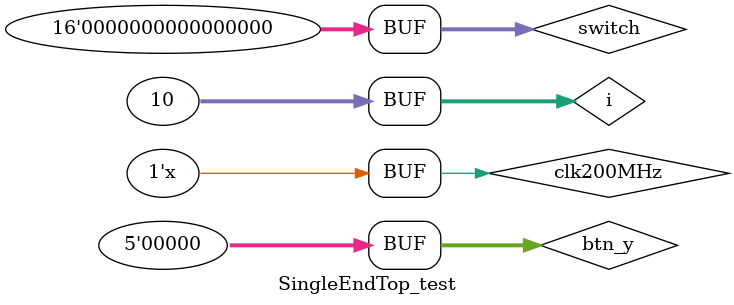
<source format=v>
`timescale 1ns / 1ps


module SingleEndTop_test();
    reg clk200MHz;
    wire [3:0] vga_red, vga_green, vga_blue;
    wire vga_h_sync, vga_v_sync;

    reg [15:0] switch;
    wire led_clk, led_pen, led_do;
    wire seg_clk, seg_pen, seg_do;

    wire [4:0] btn_x;
    reg [4:0] btn_y;

    SingleEndTop UUT(
        .clk200MHz(clk200MHz),
        .vga_red(vga_red), .vga_green(vga_green), .vga_blue(vga_blue), .vga_h_sync(vga_h_sync), .vga_v_sync(vga_v_sync),
        .switch(switch), .led_clk(led_clk), .led_pen(led_pen), .led_do(led_do),
        .seg_clk(seg_clk), .seg_pen(seg_pen), .seg_do(seg_do),
        .btn_x(btn_x), .btn_y(btn_y)
    );

    initial begin
        clk200MHz <= 0;
        switch <= 0;
        btn_y <= 0;
    end

    integer i;
    always @* begin
        for (i=0; i<10; i=i+1) clk200MHz <= #20 ~clk200MHz;
    end

endmodule

</source>
